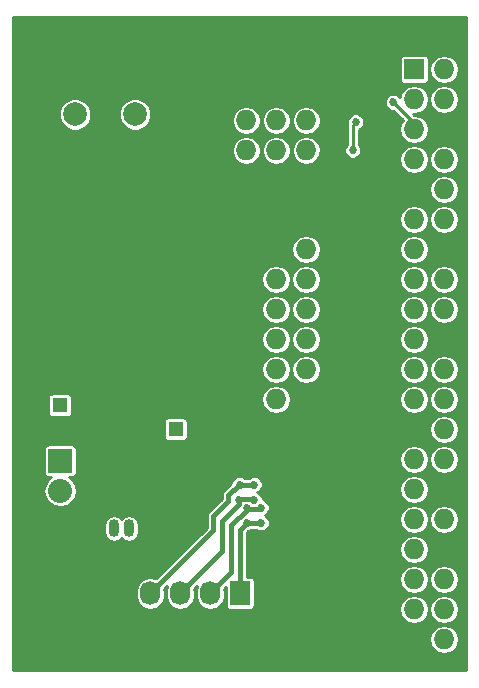
<source format=gbr>
G04 #@! TF.FileFunction,Copper,L2,Bot,Signal*
%FSLAX46Y46*%
G04 Gerber Fmt 4.6, Leading zero omitted, Abs format (unit mm)*
G04 Created by KiCad (PCBNEW 4.0.2-4+6225~38~ubuntu14.04.1-stable) date Wed 02 Mar 2016 03:50:32 PM CST*
%MOMM*%
G01*
G04 APERTURE LIST*
%ADD10C,0.100000*%
%ADD11R,1.727200X1.727200*%
%ADD12O,1.727200X1.727200*%
%ADD13R,1.727200X2.032000*%
%ADD14O,1.727200X2.032000*%
%ADD15C,2.000000*%
%ADD16R,2.032000X2.032000*%
%ADD17O,2.032000X2.032000*%
%ADD18O,0.899160X1.501140*%
%ADD19C,1.300000*%
%ADD20R,1.300000X1.300000*%
%ADD21C,2.600000*%
%ADD22C,2.800000*%
%ADD23C,0.914400*%
%ADD24C,0.685800*%
%ADD25C,0.381000*%
%ADD26C,0.254000*%
%ADD27C,0.228600*%
G04 APERTURE END LIST*
D10*
D11*
X179578000Y-94996000D03*
D12*
X182118000Y-94996000D03*
X179578000Y-97536000D03*
X182118000Y-97536000D03*
X179578000Y-100076000D03*
X182118000Y-100076000D03*
X179578000Y-102616000D03*
X182118000Y-102616000D03*
X179578000Y-105156000D03*
X182118000Y-105156000D03*
X179578000Y-107696000D03*
X182118000Y-107696000D03*
X179578000Y-110236000D03*
X182118000Y-110236000D03*
X179578000Y-112776000D03*
X182118000Y-112776000D03*
X179578000Y-115316000D03*
X182118000Y-115316000D03*
X179578000Y-117856000D03*
X182118000Y-117856000D03*
X179578000Y-120396000D03*
X182118000Y-120396000D03*
X179578000Y-122936000D03*
X182118000Y-122936000D03*
X179578000Y-125476000D03*
X182118000Y-125476000D03*
X179578000Y-128016000D03*
X182118000Y-128016000D03*
X179578000Y-130556000D03*
X182118000Y-130556000D03*
X179578000Y-133096000D03*
X182118000Y-133096000D03*
X179578000Y-135636000D03*
X182118000Y-135636000D03*
X179578000Y-138176000D03*
X182118000Y-138176000D03*
X179578000Y-140716000D03*
X182118000Y-140716000D03*
X179578000Y-143256000D03*
X182118000Y-143256000D03*
D13*
X164846000Y-139369800D03*
D14*
X162306000Y-139369800D03*
X159766000Y-139369800D03*
X157226000Y-139369800D03*
D15*
X155956000Y-98806000D03*
X153416000Y-98806000D03*
X150876000Y-98806000D03*
D16*
X149606000Y-128143000D03*
D17*
X149606000Y-130683000D03*
D18*
X155448000Y-133858000D03*
X156718000Y-133858000D03*
X154178000Y-133858000D03*
D11*
X162814000Y-101854000D03*
D12*
X162814000Y-99314000D03*
X165354000Y-101854000D03*
X165354000Y-99314000D03*
X167894000Y-101854000D03*
X167894000Y-99314000D03*
X170434000Y-101854000D03*
X170434000Y-99314000D03*
D19*
X149606000Y-120944000D03*
D20*
X149606000Y-123444000D03*
D19*
X156885000Y-125476000D03*
D20*
X159385000Y-125476000D03*
D21*
X150876000Y-110094000D03*
D22*
X155576000Y-110094000D03*
D11*
X167894000Y-110236000D03*
D12*
X170434000Y-110236000D03*
X167894000Y-112776000D03*
X170434000Y-112776000D03*
X167894000Y-115316000D03*
X170434000Y-115316000D03*
X167894000Y-117856000D03*
X170434000Y-117856000D03*
X167894000Y-120396000D03*
X170434000Y-120396000D03*
X167894000Y-122936000D03*
X170434000Y-122936000D03*
D23*
X164084000Y-95631000D03*
X166751000Y-95631000D03*
X148590000Y-115824000D03*
X150876000Y-113792000D03*
X153162000Y-115824000D03*
X150876000Y-117856000D03*
X156972000Y-113792000D03*
X154686000Y-115824000D03*
X156972000Y-117856000D03*
D24*
X155194000Y-139700000D03*
X171450000Y-141478000D03*
D23*
X162306000Y-95631000D03*
X164084000Y-108331000D03*
X162306000Y-108331000D03*
D24*
X169164000Y-105156000D03*
X171196000Y-106934000D03*
X171704000Y-132588000D03*
X169672000Y-132588000D03*
X171704000Y-131064000D03*
X169672000Y-131064000D03*
X170688000Y-132588000D03*
X170688000Y-131064000D03*
X171704000Y-133858000D03*
X169672000Y-133858000D03*
X170688000Y-133858000D03*
X170688000Y-129794000D03*
X169672000Y-129794000D03*
X173482000Y-126746000D03*
X171704000Y-129794000D03*
X161671000Y-131318000D03*
X161671000Y-132207000D03*
X161671000Y-130302000D03*
X161671000Y-133223000D03*
X176784000Y-94488000D03*
X175514000Y-102870000D03*
X161925000Y-126619000D03*
X167894000Y-136779000D03*
X160274000Y-135255000D03*
X173990000Y-139954000D03*
X174371000Y-101854000D03*
X174625000Y-99441000D03*
X177800000Y-97790000D03*
X165404800Y-133400800D03*
X166624000Y-133400800D03*
X165404800Y-132105400D03*
X166624000Y-132105400D03*
X164744400Y-131495800D03*
X166039800Y-131470400D03*
X164795200Y-130149600D03*
X166039800Y-130149600D03*
D25*
X166751000Y-95631000D02*
X164084000Y-95631000D01*
D26*
X170688000Y-132588000D02*
X171704000Y-132588000D01*
X170688000Y-132588000D02*
X169672000Y-132588000D01*
X170688000Y-131064000D02*
X171704000Y-131064000D01*
X170688000Y-131064000D02*
X169672000Y-131064000D01*
X170688000Y-133858000D02*
X170688000Y-132588000D01*
X170688000Y-129794000D02*
X170688000Y-131064000D01*
X170688000Y-133858000D02*
X171704000Y-133858000D01*
X170688000Y-133858000D02*
X169672000Y-133858000D01*
X170688000Y-129794000D02*
X170688000Y-133858000D01*
X171704000Y-129794000D02*
X170688000Y-129794000D01*
X171704000Y-129794000D02*
X169672000Y-129794000D01*
X173482000Y-126746000D02*
X173482000Y-128016000D01*
X173482000Y-128016000D02*
X171704000Y-129794000D01*
X174371000Y-99695000D02*
X174371000Y-101854000D01*
X174625000Y-99441000D02*
X174371000Y-99695000D01*
X177800000Y-97790000D02*
X179578000Y-99568000D01*
X179578000Y-99568000D02*
X179578000Y-100076000D01*
X179578000Y-138176000D02*
X179324000Y-138176000D01*
D25*
X164846000Y-139369800D02*
X164846000Y-133959600D01*
X164846000Y-133959600D02*
X165404800Y-133400800D01*
X166624000Y-133400800D02*
X165404800Y-133400800D01*
X165404800Y-132105400D02*
X165404800Y-132283200D01*
X164084000Y-137591800D02*
X162306000Y-139369800D01*
X164084000Y-133604000D02*
X164084000Y-137591800D01*
X165404800Y-132283200D02*
X164084000Y-133604000D01*
X165404800Y-132105400D02*
X165506400Y-132105400D01*
X166522400Y-132207000D02*
X166624000Y-132105400D01*
X165608000Y-132207000D02*
X166522400Y-132207000D01*
X165506400Y-132105400D02*
X165608000Y-132207000D01*
X164744400Y-131495800D02*
X164744400Y-131800600D01*
X163322000Y-135813800D02*
X159766000Y-139369800D01*
X163322000Y-133223000D02*
X163322000Y-135813800D01*
X164744400Y-131800600D02*
X163322000Y-133223000D01*
X164744400Y-131495800D02*
X164820600Y-131495800D01*
X165938200Y-131368800D02*
X166039800Y-131470400D01*
X164947600Y-131368800D02*
X165938200Y-131368800D01*
X164820600Y-131495800D02*
X164947600Y-131368800D01*
X164795200Y-130149600D02*
X164744400Y-130149600D01*
X162560000Y-134035800D02*
X157226000Y-139369800D01*
X162560000Y-132842000D02*
X162560000Y-134035800D01*
X163830000Y-131572000D02*
X162560000Y-132842000D01*
X163830000Y-131064000D02*
X163830000Y-131572000D01*
X164744400Y-130149600D02*
X163830000Y-131064000D01*
X166039800Y-130149600D02*
X164795200Y-130149600D01*
D27*
G36*
X183972200Y-145872200D02*
X145592800Y-145872200D01*
X145592800Y-143256000D01*
X180861966Y-143256000D01*
X180955739Y-143727428D01*
X181222781Y-144127085D01*
X181622438Y-144394127D01*
X182093866Y-144487900D01*
X182142134Y-144487900D01*
X182613562Y-144394127D01*
X183013219Y-144127085D01*
X183280261Y-143727428D01*
X183374034Y-143256000D01*
X183280261Y-142784572D01*
X183013219Y-142384915D01*
X182613562Y-142117873D01*
X182142134Y-142024100D01*
X182093866Y-142024100D01*
X181622438Y-142117873D01*
X181222781Y-142384915D01*
X180955739Y-142784572D01*
X180861966Y-143256000D01*
X145592800Y-143256000D01*
X145592800Y-139190280D01*
X155994100Y-139190280D01*
X155994100Y-139549320D01*
X156087873Y-140020748D01*
X156354915Y-140420405D01*
X156754572Y-140687447D01*
X157226000Y-140781220D01*
X157697428Y-140687447D01*
X158097085Y-140420405D01*
X158364127Y-140020748D01*
X158457900Y-139549320D01*
X158457900Y-139190280D01*
X158414412Y-138971650D01*
X158618105Y-138767957D01*
X158534100Y-139190280D01*
X158534100Y-139549320D01*
X158627873Y-140020748D01*
X158894915Y-140420405D01*
X159294572Y-140687447D01*
X159766000Y-140781220D01*
X160237428Y-140687447D01*
X160637085Y-140420405D01*
X160904127Y-140020748D01*
X160997900Y-139549320D01*
X160997900Y-139190280D01*
X160954412Y-138971650D01*
X161158105Y-138767957D01*
X161074100Y-139190280D01*
X161074100Y-139549320D01*
X161167873Y-140020748D01*
X161434915Y-140420405D01*
X161834572Y-140687447D01*
X162306000Y-140781220D01*
X162777428Y-140687447D01*
X163177085Y-140420405D01*
X163444127Y-140020748D01*
X163537900Y-139549320D01*
X163537900Y-139190280D01*
X163494412Y-138971650D01*
X163606885Y-138859177D01*
X163606885Y-140385800D01*
X163632566Y-140522284D01*
X163713228Y-140647636D01*
X163836304Y-140731730D01*
X163982400Y-140761315D01*
X165709600Y-140761315D01*
X165846084Y-140735634D01*
X165876596Y-140716000D01*
X178321966Y-140716000D01*
X178415739Y-141187428D01*
X178682781Y-141587085D01*
X179082438Y-141854127D01*
X179553866Y-141947900D01*
X179602134Y-141947900D01*
X180073562Y-141854127D01*
X180473219Y-141587085D01*
X180740261Y-141187428D01*
X180834034Y-140716000D01*
X180861966Y-140716000D01*
X180955739Y-141187428D01*
X181222781Y-141587085D01*
X181622438Y-141854127D01*
X182093866Y-141947900D01*
X182142134Y-141947900D01*
X182613562Y-141854127D01*
X183013219Y-141587085D01*
X183280261Y-141187428D01*
X183374034Y-140716000D01*
X183280261Y-140244572D01*
X183013219Y-139844915D01*
X182613562Y-139577873D01*
X182142134Y-139484100D01*
X182093866Y-139484100D01*
X181622438Y-139577873D01*
X181222781Y-139844915D01*
X180955739Y-140244572D01*
X180861966Y-140716000D01*
X180834034Y-140716000D01*
X180740261Y-140244572D01*
X180473219Y-139844915D01*
X180073562Y-139577873D01*
X179602134Y-139484100D01*
X179553866Y-139484100D01*
X179082438Y-139577873D01*
X178682781Y-139844915D01*
X178415739Y-140244572D01*
X178321966Y-140716000D01*
X165876596Y-140716000D01*
X165971436Y-140654972D01*
X166055530Y-140531896D01*
X166085115Y-140385800D01*
X166085115Y-138353800D01*
X166059434Y-138217316D01*
X166032848Y-138176000D01*
X178321966Y-138176000D01*
X178415739Y-138647428D01*
X178682781Y-139047085D01*
X179082438Y-139314127D01*
X179553866Y-139407900D01*
X179602134Y-139407900D01*
X180073562Y-139314127D01*
X180473219Y-139047085D01*
X180740261Y-138647428D01*
X180834034Y-138176000D01*
X180861966Y-138176000D01*
X180955739Y-138647428D01*
X181222781Y-139047085D01*
X181622438Y-139314127D01*
X182093866Y-139407900D01*
X182142134Y-139407900D01*
X182613562Y-139314127D01*
X183013219Y-139047085D01*
X183280261Y-138647428D01*
X183374034Y-138176000D01*
X183280261Y-137704572D01*
X183013219Y-137304915D01*
X182613562Y-137037873D01*
X182142134Y-136944100D01*
X182093866Y-136944100D01*
X181622438Y-137037873D01*
X181222781Y-137304915D01*
X180955739Y-137704572D01*
X180861966Y-138176000D01*
X180834034Y-138176000D01*
X180740261Y-137704572D01*
X180473219Y-137304915D01*
X180073562Y-137037873D01*
X179602134Y-136944100D01*
X179553866Y-136944100D01*
X179082438Y-137037873D01*
X178682781Y-137304915D01*
X178415739Y-137704572D01*
X178321966Y-138176000D01*
X166032848Y-138176000D01*
X165978772Y-138091964D01*
X165855696Y-138007870D01*
X165709600Y-137978285D01*
X165404800Y-137978285D01*
X165404800Y-135636000D01*
X178321966Y-135636000D01*
X178415739Y-136107428D01*
X178682781Y-136507085D01*
X179082438Y-136774127D01*
X179553866Y-136867900D01*
X179602134Y-136867900D01*
X180073562Y-136774127D01*
X180473219Y-136507085D01*
X180740261Y-136107428D01*
X180834034Y-135636000D01*
X180740261Y-135164572D01*
X180473219Y-134764915D01*
X180073562Y-134497873D01*
X179602134Y-134404100D01*
X179553866Y-134404100D01*
X179082438Y-134497873D01*
X178682781Y-134764915D01*
X178415739Y-135164572D01*
X178321966Y-135636000D01*
X165404800Y-135636000D01*
X165404800Y-134191062D01*
X165483793Y-134112069D01*
X165545646Y-134112123D01*
X165807136Y-134004077D01*
X165851691Y-133959600D01*
X166176914Y-133959600D01*
X166220612Y-134003374D01*
X166481913Y-134111876D01*
X166764846Y-134112123D01*
X167026336Y-134004077D01*
X167226574Y-133804188D01*
X167335076Y-133542887D01*
X167335323Y-133259954D01*
X167267579Y-133096000D01*
X178321966Y-133096000D01*
X178415739Y-133567428D01*
X178682781Y-133967085D01*
X179082438Y-134234127D01*
X179553866Y-134327900D01*
X179602134Y-134327900D01*
X180073562Y-134234127D01*
X180473219Y-133967085D01*
X180740261Y-133567428D01*
X180834034Y-133096000D01*
X180861966Y-133096000D01*
X180955739Y-133567428D01*
X181222781Y-133967085D01*
X181622438Y-134234127D01*
X182093866Y-134327900D01*
X182142134Y-134327900D01*
X182613562Y-134234127D01*
X183013219Y-133967085D01*
X183280261Y-133567428D01*
X183374034Y-133096000D01*
X183280261Y-132624572D01*
X183013219Y-132224915D01*
X182613562Y-131957873D01*
X182142134Y-131864100D01*
X182093866Y-131864100D01*
X181622438Y-131957873D01*
X181222781Y-132224915D01*
X180955739Y-132624572D01*
X180861966Y-133096000D01*
X180834034Y-133096000D01*
X180740261Y-132624572D01*
X180473219Y-132224915D01*
X180073562Y-131957873D01*
X179602134Y-131864100D01*
X179553866Y-131864100D01*
X179082438Y-131957873D01*
X178682781Y-132224915D01*
X178415739Y-132624572D01*
X178321966Y-133096000D01*
X167267579Y-133096000D01*
X167227277Y-132998464D01*
X167027388Y-132798226D01*
X166918769Y-132753123D01*
X167026336Y-132708677D01*
X167226574Y-132508788D01*
X167335076Y-132247487D01*
X167335323Y-131964554D01*
X167227277Y-131703064D01*
X167027388Y-131502826D01*
X166766087Y-131394324D01*
X166751066Y-131394311D01*
X166751123Y-131329554D01*
X166643077Y-131068064D01*
X166443188Y-130867826D01*
X166303908Y-130809992D01*
X166442136Y-130752877D01*
X166639356Y-130556000D01*
X178321966Y-130556000D01*
X178415739Y-131027428D01*
X178682781Y-131427085D01*
X179082438Y-131694127D01*
X179553866Y-131787900D01*
X179602134Y-131787900D01*
X180073562Y-131694127D01*
X180473219Y-131427085D01*
X180740261Y-131027428D01*
X180834034Y-130556000D01*
X180740261Y-130084572D01*
X180473219Y-129684915D01*
X180073562Y-129417873D01*
X179602134Y-129324100D01*
X179553866Y-129324100D01*
X179082438Y-129417873D01*
X178682781Y-129684915D01*
X178415739Y-130084572D01*
X178321966Y-130556000D01*
X166639356Y-130556000D01*
X166642374Y-130552988D01*
X166750876Y-130291687D01*
X166751123Y-130008754D01*
X166643077Y-129747264D01*
X166443188Y-129547026D01*
X166181887Y-129438524D01*
X165898954Y-129438277D01*
X165637464Y-129546323D01*
X165592909Y-129590800D01*
X165242286Y-129590800D01*
X165198588Y-129547026D01*
X164937287Y-129438524D01*
X164654354Y-129438277D01*
X164392864Y-129546323D01*
X164192626Y-129746212D01*
X164084124Y-130007513D01*
X164084113Y-130019625D01*
X163434869Y-130668869D01*
X163313736Y-130850156D01*
X163271200Y-131064000D01*
X163271200Y-131340538D01*
X162164869Y-132446869D01*
X162043736Y-132628156D01*
X162001200Y-132842000D01*
X162001200Y-133804338D01*
X157730972Y-138074566D01*
X157697428Y-138052153D01*
X157226000Y-137958380D01*
X156754572Y-138052153D01*
X156354915Y-138319195D01*
X156087873Y-138718852D01*
X155994100Y-139190280D01*
X145592800Y-139190280D01*
X145592800Y-133535090D01*
X153360120Y-133535090D01*
X153360120Y-134180910D01*
X153422377Y-134493899D01*
X153599672Y-134759238D01*
X153865011Y-134936533D01*
X154178000Y-134998790D01*
X154490989Y-134936533D01*
X154756328Y-134759238D01*
X154813000Y-134674423D01*
X154869672Y-134759238D01*
X155135011Y-134936533D01*
X155448000Y-134998790D01*
X155760989Y-134936533D01*
X156026328Y-134759238D01*
X156203623Y-134493899D01*
X156265880Y-134180910D01*
X156265880Y-133535090D01*
X156203623Y-133222101D01*
X156026328Y-132956762D01*
X155760989Y-132779467D01*
X155448000Y-132717210D01*
X155135011Y-132779467D01*
X154869672Y-132956762D01*
X154813000Y-133041577D01*
X154756328Y-132956762D01*
X154490989Y-132779467D01*
X154178000Y-132717210D01*
X153865011Y-132779467D01*
X153599672Y-132956762D01*
X153422377Y-133222101D01*
X153360120Y-133535090D01*
X145592800Y-133535090D01*
X145592800Y-130683000D01*
X148194580Y-130683000D01*
X148299954Y-131212749D01*
X148600032Y-131661848D01*
X149049131Y-131961926D01*
X149578880Y-132067300D01*
X149633120Y-132067300D01*
X150162869Y-131961926D01*
X150611968Y-131661848D01*
X150912046Y-131212749D01*
X151017420Y-130683000D01*
X150912046Y-130153251D01*
X150611968Y-129704152D01*
X150358088Y-129534515D01*
X150622000Y-129534515D01*
X150758484Y-129508834D01*
X150883836Y-129428172D01*
X150967930Y-129305096D01*
X150997515Y-129159000D01*
X150997515Y-128016000D01*
X178321966Y-128016000D01*
X178415739Y-128487428D01*
X178682781Y-128887085D01*
X179082438Y-129154127D01*
X179553866Y-129247900D01*
X179602134Y-129247900D01*
X180073562Y-129154127D01*
X180473219Y-128887085D01*
X180740261Y-128487428D01*
X180834034Y-128016000D01*
X180861966Y-128016000D01*
X180955739Y-128487428D01*
X181222781Y-128887085D01*
X181622438Y-129154127D01*
X182093866Y-129247900D01*
X182142134Y-129247900D01*
X182613562Y-129154127D01*
X183013219Y-128887085D01*
X183280261Y-128487428D01*
X183374034Y-128016000D01*
X183280261Y-127544572D01*
X183013219Y-127144915D01*
X182613562Y-126877873D01*
X182142134Y-126784100D01*
X182093866Y-126784100D01*
X181622438Y-126877873D01*
X181222781Y-127144915D01*
X180955739Y-127544572D01*
X180861966Y-128016000D01*
X180834034Y-128016000D01*
X180740261Y-127544572D01*
X180473219Y-127144915D01*
X180073562Y-126877873D01*
X179602134Y-126784100D01*
X179553866Y-126784100D01*
X179082438Y-126877873D01*
X178682781Y-127144915D01*
X178415739Y-127544572D01*
X178321966Y-128016000D01*
X150997515Y-128016000D01*
X150997515Y-127127000D01*
X150971834Y-126990516D01*
X150891172Y-126865164D01*
X150768096Y-126781070D01*
X150622000Y-126751485D01*
X148590000Y-126751485D01*
X148453516Y-126777166D01*
X148328164Y-126857828D01*
X148244070Y-126980904D01*
X148214485Y-127127000D01*
X148214485Y-129159000D01*
X148240166Y-129295484D01*
X148320828Y-129420836D01*
X148443904Y-129504930D01*
X148590000Y-129534515D01*
X148853912Y-129534515D01*
X148600032Y-129704152D01*
X148299954Y-130153251D01*
X148194580Y-130683000D01*
X145592800Y-130683000D01*
X145592800Y-124826000D01*
X158359485Y-124826000D01*
X158359485Y-126126000D01*
X158385166Y-126262484D01*
X158465828Y-126387836D01*
X158588904Y-126471930D01*
X158735000Y-126501515D01*
X160035000Y-126501515D01*
X160171484Y-126475834D01*
X160296836Y-126395172D01*
X160380930Y-126272096D01*
X160410515Y-126126000D01*
X160410515Y-125476000D01*
X180861966Y-125476000D01*
X180955739Y-125947428D01*
X181222781Y-126347085D01*
X181622438Y-126614127D01*
X182093866Y-126707900D01*
X182142134Y-126707900D01*
X182613562Y-126614127D01*
X183013219Y-126347085D01*
X183280261Y-125947428D01*
X183374034Y-125476000D01*
X183280261Y-125004572D01*
X183013219Y-124604915D01*
X182613562Y-124337873D01*
X182142134Y-124244100D01*
X182093866Y-124244100D01*
X181622438Y-124337873D01*
X181222781Y-124604915D01*
X180955739Y-125004572D01*
X180861966Y-125476000D01*
X160410515Y-125476000D01*
X160410515Y-124826000D01*
X160384834Y-124689516D01*
X160304172Y-124564164D01*
X160181096Y-124480070D01*
X160035000Y-124450485D01*
X158735000Y-124450485D01*
X158598516Y-124476166D01*
X158473164Y-124556828D01*
X158389070Y-124679904D01*
X158359485Y-124826000D01*
X145592800Y-124826000D01*
X145592800Y-122794000D01*
X148580485Y-122794000D01*
X148580485Y-124094000D01*
X148606166Y-124230484D01*
X148686828Y-124355836D01*
X148809904Y-124439930D01*
X148956000Y-124469515D01*
X150256000Y-124469515D01*
X150392484Y-124443834D01*
X150517836Y-124363172D01*
X150601930Y-124240096D01*
X150631515Y-124094000D01*
X150631515Y-122936000D01*
X166637966Y-122936000D01*
X166731739Y-123407428D01*
X166998781Y-123807085D01*
X167398438Y-124074127D01*
X167869866Y-124167900D01*
X167918134Y-124167900D01*
X168389562Y-124074127D01*
X168789219Y-123807085D01*
X169056261Y-123407428D01*
X169150034Y-122936000D01*
X178321966Y-122936000D01*
X178415739Y-123407428D01*
X178682781Y-123807085D01*
X179082438Y-124074127D01*
X179553866Y-124167900D01*
X179602134Y-124167900D01*
X180073562Y-124074127D01*
X180473219Y-123807085D01*
X180740261Y-123407428D01*
X180834034Y-122936000D01*
X180861966Y-122936000D01*
X180955739Y-123407428D01*
X181222781Y-123807085D01*
X181622438Y-124074127D01*
X182093866Y-124167900D01*
X182142134Y-124167900D01*
X182613562Y-124074127D01*
X183013219Y-123807085D01*
X183280261Y-123407428D01*
X183374034Y-122936000D01*
X183280261Y-122464572D01*
X183013219Y-122064915D01*
X182613562Y-121797873D01*
X182142134Y-121704100D01*
X182093866Y-121704100D01*
X181622438Y-121797873D01*
X181222781Y-122064915D01*
X180955739Y-122464572D01*
X180861966Y-122936000D01*
X180834034Y-122936000D01*
X180740261Y-122464572D01*
X180473219Y-122064915D01*
X180073562Y-121797873D01*
X179602134Y-121704100D01*
X179553866Y-121704100D01*
X179082438Y-121797873D01*
X178682781Y-122064915D01*
X178415739Y-122464572D01*
X178321966Y-122936000D01*
X169150034Y-122936000D01*
X169056261Y-122464572D01*
X168789219Y-122064915D01*
X168389562Y-121797873D01*
X167918134Y-121704100D01*
X167869866Y-121704100D01*
X167398438Y-121797873D01*
X166998781Y-122064915D01*
X166731739Y-122464572D01*
X166637966Y-122936000D01*
X150631515Y-122936000D01*
X150631515Y-122794000D01*
X150605834Y-122657516D01*
X150525172Y-122532164D01*
X150402096Y-122448070D01*
X150256000Y-122418485D01*
X148956000Y-122418485D01*
X148819516Y-122444166D01*
X148694164Y-122524828D01*
X148610070Y-122647904D01*
X148580485Y-122794000D01*
X145592800Y-122794000D01*
X145592800Y-120396000D01*
X166637966Y-120396000D01*
X166731739Y-120867428D01*
X166998781Y-121267085D01*
X167398438Y-121534127D01*
X167869866Y-121627900D01*
X167918134Y-121627900D01*
X168389562Y-121534127D01*
X168789219Y-121267085D01*
X169056261Y-120867428D01*
X169150034Y-120396000D01*
X169177966Y-120396000D01*
X169271739Y-120867428D01*
X169538781Y-121267085D01*
X169938438Y-121534127D01*
X170409866Y-121627900D01*
X170458134Y-121627900D01*
X170929562Y-121534127D01*
X171329219Y-121267085D01*
X171596261Y-120867428D01*
X171690034Y-120396000D01*
X178321966Y-120396000D01*
X178415739Y-120867428D01*
X178682781Y-121267085D01*
X179082438Y-121534127D01*
X179553866Y-121627900D01*
X179602134Y-121627900D01*
X180073562Y-121534127D01*
X180473219Y-121267085D01*
X180740261Y-120867428D01*
X180834034Y-120396000D01*
X180861966Y-120396000D01*
X180955739Y-120867428D01*
X181222781Y-121267085D01*
X181622438Y-121534127D01*
X182093866Y-121627900D01*
X182142134Y-121627900D01*
X182613562Y-121534127D01*
X183013219Y-121267085D01*
X183280261Y-120867428D01*
X183374034Y-120396000D01*
X183280261Y-119924572D01*
X183013219Y-119524915D01*
X182613562Y-119257873D01*
X182142134Y-119164100D01*
X182093866Y-119164100D01*
X181622438Y-119257873D01*
X181222781Y-119524915D01*
X180955739Y-119924572D01*
X180861966Y-120396000D01*
X180834034Y-120396000D01*
X180740261Y-119924572D01*
X180473219Y-119524915D01*
X180073562Y-119257873D01*
X179602134Y-119164100D01*
X179553866Y-119164100D01*
X179082438Y-119257873D01*
X178682781Y-119524915D01*
X178415739Y-119924572D01*
X178321966Y-120396000D01*
X171690034Y-120396000D01*
X171596261Y-119924572D01*
X171329219Y-119524915D01*
X170929562Y-119257873D01*
X170458134Y-119164100D01*
X170409866Y-119164100D01*
X169938438Y-119257873D01*
X169538781Y-119524915D01*
X169271739Y-119924572D01*
X169177966Y-120396000D01*
X169150034Y-120396000D01*
X169056261Y-119924572D01*
X168789219Y-119524915D01*
X168389562Y-119257873D01*
X167918134Y-119164100D01*
X167869866Y-119164100D01*
X167398438Y-119257873D01*
X166998781Y-119524915D01*
X166731739Y-119924572D01*
X166637966Y-120396000D01*
X145592800Y-120396000D01*
X145592800Y-117856000D01*
X166637966Y-117856000D01*
X166731739Y-118327428D01*
X166998781Y-118727085D01*
X167398438Y-118994127D01*
X167869866Y-119087900D01*
X167918134Y-119087900D01*
X168389562Y-118994127D01*
X168789219Y-118727085D01*
X169056261Y-118327428D01*
X169150034Y-117856000D01*
X169177966Y-117856000D01*
X169271739Y-118327428D01*
X169538781Y-118727085D01*
X169938438Y-118994127D01*
X170409866Y-119087900D01*
X170458134Y-119087900D01*
X170929562Y-118994127D01*
X171329219Y-118727085D01*
X171596261Y-118327428D01*
X171690034Y-117856000D01*
X178321966Y-117856000D01*
X178415739Y-118327428D01*
X178682781Y-118727085D01*
X179082438Y-118994127D01*
X179553866Y-119087900D01*
X179602134Y-119087900D01*
X180073562Y-118994127D01*
X180473219Y-118727085D01*
X180740261Y-118327428D01*
X180834034Y-117856000D01*
X180740261Y-117384572D01*
X180473219Y-116984915D01*
X180073562Y-116717873D01*
X179602134Y-116624100D01*
X179553866Y-116624100D01*
X179082438Y-116717873D01*
X178682781Y-116984915D01*
X178415739Y-117384572D01*
X178321966Y-117856000D01*
X171690034Y-117856000D01*
X171596261Y-117384572D01*
X171329219Y-116984915D01*
X170929562Y-116717873D01*
X170458134Y-116624100D01*
X170409866Y-116624100D01*
X169938438Y-116717873D01*
X169538781Y-116984915D01*
X169271739Y-117384572D01*
X169177966Y-117856000D01*
X169150034Y-117856000D01*
X169056261Y-117384572D01*
X168789219Y-116984915D01*
X168389562Y-116717873D01*
X167918134Y-116624100D01*
X167869866Y-116624100D01*
X167398438Y-116717873D01*
X166998781Y-116984915D01*
X166731739Y-117384572D01*
X166637966Y-117856000D01*
X145592800Y-117856000D01*
X145592800Y-115316000D01*
X166637966Y-115316000D01*
X166731739Y-115787428D01*
X166998781Y-116187085D01*
X167398438Y-116454127D01*
X167869866Y-116547900D01*
X167918134Y-116547900D01*
X168389562Y-116454127D01*
X168789219Y-116187085D01*
X169056261Y-115787428D01*
X169150034Y-115316000D01*
X169177966Y-115316000D01*
X169271739Y-115787428D01*
X169538781Y-116187085D01*
X169938438Y-116454127D01*
X170409866Y-116547900D01*
X170458134Y-116547900D01*
X170929562Y-116454127D01*
X171329219Y-116187085D01*
X171596261Y-115787428D01*
X171690034Y-115316000D01*
X178321966Y-115316000D01*
X178415739Y-115787428D01*
X178682781Y-116187085D01*
X179082438Y-116454127D01*
X179553866Y-116547900D01*
X179602134Y-116547900D01*
X180073562Y-116454127D01*
X180473219Y-116187085D01*
X180740261Y-115787428D01*
X180834034Y-115316000D01*
X180861966Y-115316000D01*
X180955739Y-115787428D01*
X181222781Y-116187085D01*
X181622438Y-116454127D01*
X182093866Y-116547900D01*
X182142134Y-116547900D01*
X182613562Y-116454127D01*
X183013219Y-116187085D01*
X183280261Y-115787428D01*
X183374034Y-115316000D01*
X183280261Y-114844572D01*
X183013219Y-114444915D01*
X182613562Y-114177873D01*
X182142134Y-114084100D01*
X182093866Y-114084100D01*
X181622438Y-114177873D01*
X181222781Y-114444915D01*
X180955739Y-114844572D01*
X180861966Y-115316000D01*
X180834034Y-115316000D01*
X180740261Y-114844572D01*
X180473219Y-114444915D01*
X180073562Y-114177873D01*
X179602134Y-114084100D01*
X179553866Y-114084100D01*
X179082438Y-114177873D01*
X178682781Y-114444915D01*
X178415739Y-114844572D01*
X178321966Y-115316000D01*
X171690034Y-115316000D01*
X171596261Y-114844572D01*
X171329219Y-114444915D01*
X170929562Y-114177873D01*
X170458134Y-114084100D01*
X170409866Y-114084100D01*
X169938438Y-114177873D01*
X169538781Y-114444915D01*
X169271739Y-114844572D01*
X169177966Y-115316000D01*
X169150034Y-115316000D01*
X169056261Y-114844572D01*
X168789219Y-114444915D01*
X168389562Y-114177873D01*
X167918134Y-114084100D01*
X167869866Y-114084100D01*
X167398438Y-114177873D01*
X166998781Y-114444915D01*
X166731739Y-114844572D01*
X166637966Y-115316000D01*
X145592800Y-115316000D01*
X145592800Y-112776000D01*
X166637966Y-112776000D01*
X166731739Y-113247428D01*
X166998781Y-113647085D01*
X167398438Y-113914127D01*
X167869866Y-114007900D01*
X167918134Y-114007900D01*
X168389562Y-113914127D01*
X168789219Y-113647085D01*
X169056261Y-113247428D01*
X169150034Y-112776000D01*
X169177966Y-112776000D01*
X169271739Y-113247428D01*
X169538781Y-113647085D01*
X169938438Y-113914127D01*
X170409866Y-114007900D01*
X170458134Y-114007900D01*
X170929562Y-113914127D01*
X171329219Y-113647085D01*
X171596261Y-113247428D01*
X171690034Y-112776000D01*
X178321966Y-112776000D01*
X178415739Y-113247428D01*
X178682781Y-113647085D01*
X179082438Y-113914127D01*
X179553866Y-114007900D01*
X179602134Y-114007900D01*
X180073562Y-113914127D01*
X180473219Y-113647085D01*
X180740261Y-113247428D01*
X180834034Y-112776000D01*
X180861966Y-112776000D01*
X180955739Y-113247428D01*
X181222781Y-113647085D01*
X181622438Y-113914127D01*
X182093866Y-114007900D01*
X182142134Y-114007900D01*
X182613562Y-113914127D01*
X183013219Y-113647085D01*
X183280261Y-113247428D01*
X183374034Y-112776000D01*
X183280261Y-112304572D01*
X183013219Y-111904915D01*
X182613562Y-111637873D01*
X182142134Y-111544100D01*
X182093866Y-111544100D01*
X181622438Y-111637873D01*
X181222781Y-111904915D01*
X180955739Y-112304572D01*
X180861966Y-112776000D01*
X180834034Y-112776000D01*
X180740261Y-112304572D01*
X180473219Y-111904915D01*
X180073562Y-111637873D01*
X179602134Y-111544100D01*
X179553866Y-111544100D01*
X179082438Y-111637873D01*
X178682781Y-111904915D01*
X178415739Y-112304572D01*
X178321966Y-112776000D01*
X171690034Y-112776000D01*
X171596261Y-112304572D01*
X171329219Y-111904915D01*
X170929562Y-111637873D01*
X170458134Y-111544100D01*
X170409866Y-111544100D01*
X169938438Y-111637873D01*
X169538781Y-111904915D01*
X169271739Y-112304572D01*
X169177966Y-112776000D01*
X169150034Y-112776000D01*
X169056261Y-112304572D01*
X168789219Y-111904915D01*
X168389562Y-111637873D01*
X167918134Y-111544100D01*
X167869866Y-111544100D01*
X167398438Y-111637873D01*
X166998781Y-111904915D01*
X166731739Y-112304572D01*
X166637966Y-112776000D01*
X145592800Y-112776000D01*
X145592800Y-110236000D01*
X169177966Y-110236000D01*
X169271739Y-110707428D01*
X169538781Y-111107085D01*
X169938438Y-111374127D01*
X170409866Y-111467900D01*
X170458134Y-111467900D01*
X170929562Y-111374127D01*
X171329219Y-111107085D01*
X171596261Y-110707428D01*
X171690034Y-110236000D01*
X178321966Y-110236000D01*
X178415739Y-110707428D01*
X178682781Y-111107085D01*
X179082438Y-111374127D01*
X179553866Y-111467900D01*
X179602134Y-111467900D01*
X180073562Y-111374127D01*
X180473219Y-111107085D01*
X180740261Y-110707428D01*
X180834034Y-110236000D01*
X180740261Y-109764572D01*
X180473219Y-109364915D01*
X180073562Y-109097873D01*
X179602134Y-109004100D01*
X179553866Y-109004100D01*
X179082438Y-109097873D01*
X178682781Y-109364915D01*
X178415739Y-109764572D01*
X178321966Y-110236000D01*
X171690034Y-110236000D01*
X171596261Y-109764572D01*
X171329219Y-109364915D01*
X170929562Y-109097873D01*
X170458134Y-109004100D01*
X170409866Y-109004100D01*
X169938438Y-109097873D01*
X169538781Y-109364915D01*
X169271739Y-109764572D01*
X169177966Y-110236000D01*
X145592800Y-110236000D01*
X145592800Y-107696000D01*
X178321966Y-107696000D01*
X178415739Y-108167428D01*
X178682781Y-108567085D01*
X179082438Y-108834127D01*
X179553866Y-108927900D01*
X179602134Y-108927900D01*
X180073562Y-108834127D01*
X180473219Y-108567085D01*
X180740261Y-108167428D01*
X180834034Y-107696000D01*
X180861966Y-107696000D01*
X180955739Y-108167428D01*
X181222781Y-108567085D01*
X181622438Y-108834127D01*
X182093866Y-108927900D01*
X182142134Y-108927900D01*
X182613562Y-108834127D01*
X183013219Y-108567085D01*
X183280261Y-108167428D01*
X183374034Y-107696000D01*
X183280261Y-107224572D01*
X183013219Y-106824915D01*
X182613562Y-106557873D01*
X182142134Y-106464100D01*
X182093866Y-106464100D01*
X181622438Y-106557873D01*
X181222781Y-106824915D01*
X180955739Y-107224572D01*
X180861966Y-107696000D01*
X180834034Y-107696000D01*
X180740261Y-107224572D01*
X180473219Y-106824915D01*
X180073562Y-106557873D01*
X179602134Y-106464100D01*
X179553866Y-106464100D01*
X179082438Y-106557873D01*
X178682781Y-106824915D01*
X178415739Y-107224572D01*
X178321966Y-107696000D01*
X145592800Y-107696000D01*
X145592800Y-105156000D01*
X180861966Y-105156000D01*
X180955739Y-105627428D01*
X181222781Y-106027085D01*
X181622438Y-106294127D01*
X182093866Y-106387900D01*
X182142134Y-106387900D01*
X182613562Y-106294127D01*
X183013219Y-106027085D01*
X183280261Y-105627428D01*
X183374034Y-105156000D01*
X183280261Y-104684572D01*
X183013219Y-104284915D01*
X182613562Y-104017873D01*
X182142134Y-103924100D01*
X182093866Y-103924100D01*
X181622438Y-104017873D01*
X181222781Y-104284915D01*
X180955739Y-104684572D01*
X180861966Y-105156000D01*
X145592800Y-105156000D01*
X145592800Y-101829866D01*
X164122100Y-101829866D01*
X164122100Y-101878134D01*
X164215873Y-102349562D01*
X164482915Y-102749219D01*
X164882572Y-103016261D01*
X165354000Y-103110034D01*
X165825428Y-103016261D01*
X166225085Y-102749219D01*
X166492127Y-102349562D01*
X166585900Y-101878134D01*
X166585900Y-101829866D01*
X166662100Y-101829866D01*
X166662100Y-101878134D01*
X166755873Y-102349562D01*
X167022915Y-102749219D01*
X167422572Y-103016261D01*
X167894000Y-103110034D01*
X168365428Y-103016261D01*
X168765085Y-102749219D01*
X169032127Y-102349562D01*
X169125900Y-101878134D01*
X169125900Y-101829866D01*
X169202100Y-101829866D01*
X169202100Y-101878134D01*
X169295873Y-102349562D01*
X169562915Y-102749219D01*
X169962572Y-103016261D01*
X170434000Y-103110034D01*
X170905428Y-103016261D01*
X171305085Y-102749219D01*
X171394099Y-102616000D01*
X178321966Y-102616000D01*
X178415739Y-103087428D01*
X178682781Y-103487085D01*
X179082438Y-103754127D01*
X179553866Y-103847900D01*
X179602134Y-103847900D01*
X180073562Y-103754127D01*
X180473219Y-103487085D01*
X180740261Y-103087428D01*
X180834034Y-102616000D01*
X180861966Y-102616000D01*
X180955739Y-103087428D01*
X181222781Y-103487085D01*
X181622438Y-103754127D01*
X182093866Y-103847900D01*
X182142134Y-103847900D01*
X182613562Y-103754127D01*
X183013219Y-103487085D01*
X183280261Y-103087428D01*
X183374034Y-102616000D01*
X183280261Y-102144572D01*
X183013219Y-101744915D01*
X182613562Y-101477873D01*
X182142134Y-101384100D01*
X182093866Y-101384100D01*
X181622438Y-101477873D01*
X181222781Y-101744915D01*
X180955739Y-102144572D01*
X180861966Y-102616000D01*
X180834034Y-102616000D01*
X180740261Y-102144572D01*
X180473219Y-101744915D01*
X180073562Y-101477873D01*
X179602134Y-101384100D01*
X179553866Y-101384100D01*
X179082438Y-101477873D01*
X178682781Y-101744915D01*
X178415739Y-102144572D01*
X178321966Y-102616000D01*
X171394099Y-102616000D01*
X171572127Y-102349562D01*
X171642684Y-101994846D01*
X173659677Y-101994846D01*
X173767723Y-102256336D01*
X173967612Y-102456574D01*
X174228913Y-102565076D01*
X174511846Y-102565323D01*
X174773336Y-102457277D01*
X174973574Y-102257388D01*
X175082076Y-101996087D01*
X175082323Y-101713154D01*
X174974277Y-101451664D01*
X174866300Y-101343498D01*
X174866300Y-100110816D01*
X175027336Y-100044277D01*
X175227574Y-99844388D01*
X175336076Y-99583087D01*
X175336323Y-99300154D01*
X175228277Y-99038664D01*
X175028388Y-98838426D01*
X174767087Y-98729924D01*
X174484154Y-98729677D01*
X174222664Y-98837723D01*
X174022426Y-99037612D01*
X173913924Y-99298913D01*
X173913744Y-99504944D01*
X173913402Y-99505456D01*
X173893687Y-99604572D01*
X173875700Y-99695000D01*
X173875700Y-101343525D01*
X173768426Y-101450612D01*
X173659924Y-101711913D01*
X173659677Y-101994846D01*
X171642684Y-101994846D01*
X171665900Y-101878134D01*
X171665900Y-101829866D01*
X171572127Y-101358438D01*
X171305085Y-100958781D01*
X170905428Y-100691739D01*
X170434000Y-100597966D01*
X169962572Y-100691739D01*
X169562915Y-100958781D01*
X169295873Y-101358438D01*
X169202100Y-101829866D01*
X169125900Y-101829866D01*
X169032127Y-101358438D01*
X168765085Y-100958781D01*
X168365428Y-100691739D01*
X167894000Y-100597966D01*
X167422572Y-100691739D01*
X167022915Y-100958781D01*
X166755873Y-101358438D01*
X166662100Y-101829866D01*
X166585900Y-101829866D01*
X166492127Y-101358438D01*
X166225085Y-100958781D01*
X165825428Y-100691739D01*
X165354000Y-100597966D01*
X164882572Y-100691739D01*
X164482915Y-100958781D01*
X164215873Y-101358438D01*
X164122100Y-101829866D01*
X145592800Y-101829866D01*
X145592800Y-99076978D01*
X149507463Y-99076978D01*
X149715335Y-99580067D01*
X150099908Y-99965312D01*
X150602634Y-100174062D01*
X151146978Y-100174537D01*
X151650067Y-99966665D01*
X152035312Y-99582092D01*
X152244062Y-99079366D01*
X152244064Y-99076978D01*
X154587463Y-99076978D01*
X154795335Y-99580067D01*
X155179908Y-99965312D01*
X155682634Y-100174062D01*
X156226978Y-100174537D01*
X156730067Y-99966665D01*
X157115312Y-99582092D01*
X157236654Y-99289866D01*
X164122100Y-99289866D01*
X164122100Y-99338134D01*
X164215873Y-99809562D01*
X164482915Y-100209219D01*
X164882572Y-100476261D01*
X165354000Y-100570034D01*
X165825428Y-100476261D01*
X166225085Y-100209219D01*
X166492127Y-99809562D01*
X166585900Y-99338134D01*
X166585900Y-99289866D01*
X166662100Y-99289866D01*
X166662100Y-99338134D01*
X166755873Y-99809562D01*
X167022915Y-100209219D01*
X167422572Y-100476261D01*
X167894000Y-100570034D01*
X168365428Y-100476261D01*
X168765085Y-100209219D01*
X169032127Y-99809562D01*
X169125900Y-99338134D01*
X169125900Y-99289866D01*
X169202100Y-99289866D01*
X169202100Y-99338134D01*
X169295873Y-99809562D01*
X169562915Y-100209219D01*
X169962572Y-100476261D01*
X170434000Y-100570034D01*
X170905428Y-100476261D01*
X171305085Y-100209219D01*
X171572127Y-99809562D01*
X171665900Y-99338134D01*
X171665900Y-99289866D01*
X171572127Y-98818438D01*
X171305085Y-98418781D01*
X170905428Y-98151739D01*
X170434000Y-98057966D01*
X169962572Y-98151739D01*
X169562915Y-98418781D01*
X169295873Y-98818438D01*
X169202100Y-99289866D01*
X169125900Y-99289866D01*
X169032127Y-98818438D01*
X168765085Y-98418781D01*
X168365428Y-98151739D01*
X167894000Y-98057966D01*
X167422572Y-98151739D01*
X167022915Y-98418781D01*
X166755873Y-98818438D01*
X166662100Y-99289866D01*
X166585900Y-99289866D01*
X166492127Y-98818438D01*
X166225085Y-98418781D01*
X165825428Y-98151739D01*
X165354000Y-98057966D01*
X164882572Y-98151739D01*
X164482915Y-98418781D01*
X164215873Y-98818438D01*
X164122100Y-99289866D01*
X157236654Y-99289866D01*
X157324062Y-99079366D01*
X157324537Y-98535022D01*
X157116665Y-98031933D01*
X157015755Y-97930846D01*
X177088677Y-97930846D01*
X177196723Y-98192336D01*
X177396612Y-98392574D01*
X177657913Y-98501076D01*
X177810749Y-98501209D01*
X178615359Y-99305819D01*
X178415739Y-99604572D01*
X178321966Y-100076000D01*
X178415739Y-100547428D01*
X178682781Y-100947085D01*
X179082438Y-101214127D01*
X179553866Y-101307900D01*
X179602134Y-101307900D01*
X180073562Y-101214127D01*
X180473219Y-100947085D01*
X180740261Y-100547428D01*
X180834034Y-100076000D01*
X180740261Y-99604572D01*
X180473219Y-99204915D01*
X180073562Y-98937873D01*
X179602134Y-98844100D01*
X179554560Y-98844100D01*
X179459612Y-98749152D01*
X179553866Y-98767900D01*
X179602134Y-98767900D01*
X180073562Y-98674127D01*
X180473219Y-98407085D01*
X180740261Y-98007428D01*
X180834034Y-97536000D01*
X180861966Y-97536000D01*
X180955739Y-98007428D01*
X181222781Y-98407085D01*
X181622438Y-98674127D01*
X182093866Y-98767900D01*
X182142134Y-98767900D01*
X182613562Y-98674127D01*
X183013219Y-98407085D01*
X183280261Y-98007428D01*
X183374034Y-97536000D01*
X183280261Y-97064572D01*
X183013219Y-96664915D01*
X182613562Y-96397873D01*
X182142134Y-96304100D01*
X182093866Y-96304100D01*
X181622438Y-96397873D01*
X181222781Y-96664915D01*
X180955739Y-97064572D01*
X180861966Y-97536000D01*
X180834034Y-97536000D01*
X180740261Y-97064572D01*
X180473219Y-96664915D01*
X180073562Y-96397873D01*
X179602134Y-96304100D01*
X179553866Y-96304100D01*
X179082438Y-96397873D01*
X178682781Y-96664915D01*
X178415739Y-97064572D01*
X178360079Y-97344391D01*
X178203388Y-97187426D01*
X177942087Y-97078924D01*
X177659154Y-97078677D01*
X177397664Y-97186723D01*
X177197426Y-97386612D01*
X177088924Y-97647913D01*
X177088677Y-97930846D01*
X157015755Y-97930846D01*
X156732092Y-97646688D01*
X156229366Y-97437938D01*
X155685022Y-97437463D01*
X155181933Y-97645335D01*
X154796688Y-98029908D01*
X154587938Y-98532634D01*
X154587463Y-99076978D01*
X152244064Y-99076978D01*
X152244537Y-98535022D01*
X152036665Y-98031933D01*
X151652092Y-97646688D01*
X151149366Y-97437938D01*
X150605022Y-97437463D01*
X150101933Y-97645335D01*
X149716688Y-98029908D01*
X149507938Y-98532634D01*
X149507463Y-99076978D01*
X145592800Y-99076978D01*
X145592800Y-94132400D01*
X178338885Y-94132400D01*
X178338885Y-95859600D01*
X178364566Y-95996084D01*
X178445228Y-96121436D01*
X178568304Y-96205530D01*
X178714400Y-96235115D01*
X180441600Y-96235115D01*
X180578084Y-96209434D01*
X180703436Y-96128772D01*
X180787530Y-96005696D01*
X180817115Y-95859600D01*
X180817115Y-94996000D01*
X180861966Y-94996000D01*
X180955739Y-95467428D01*
X181222781Y-95867085D01*
X181622438Y-96134127D01*
X182093866Y-96227900D01*
X182142134Y-96227900D01*
X182613562Y-96134127D01*
X183013219Y-95867085D01*
X183280261Y-95467428D01*
X183374034Y-94996000D01*
X183280261Y-94524572D01*
X183013219Y-94124915D01*
X182613562Y-93857873D01*
X182142134Y-93764100D01*
X182093866Y-93764100D01*
X181622438Y-93857873D01*
X181222781Y-94124915D01*
X180955739Y-94524572D01*
X180861966Y-94996000D01*
X180817115Y-94996000D01*
X180817115Y-94132400D01*
X180791434Y-93995916D01*
X180710772Y-93870564D01*
X180587696Y-93786470D01*
X180441600Y-93756885D01*
X178714400Y-93756885D01*
X178577916Y-93782566D01*
X178452564Y-93863228D01*
X178368470Y-93986304D01*
X178338885Y-94132400D01*
X145592800Y-94132400D01*
X145592800Y-90601800D01*
X183972200Y-90601800D01*
X183972200Y-145872200D01*
X183972200Y-145872200D01*
G37*
X183972200Y-145872200D02*
X145592800Y-145872200D01*
X145592800Y-143256000D01*
X180861966Y-143256000D01*
X180955739Y-143727428D01*
X181222781Y-144127085D01*
X181622438Y-144394127D01*
X182093866Y-144487900D01*
X182142134Y-144487900D01*
X182613562Y-144394127D01*
X183013219Y-144127085D01*
X183280261Y-143727428D01*
X183374034Y-143256000D01*
X183280261Y-142784572D01*
X183013219Y-142384915D01*
X182613562Y-142117873D01*
X182142134Y-142024100D01*
X182093866Y-142024100D01*
X181622438Y-142117873D01*
X181222781Y-142384915D01*
X180955739Y-142784572D01*
X180861966Y-143256000D01*
X145592800Y-143256000D01*
X145592800Y-139190280D01*
X155994100Y-139190280D01*
X155994100Y-139549320D01*
X156087873Y-140020748D01*
X156354915Y-140420405D01*
X156754572Y-140687447D01*
X157226000Y-140781220D01*
X157697428Y-140687447D01*
X158097085Y-140420405D01*
X158364127Y-140020748D01*
X158457900Y-139549320D01*
X158457900Y-139190280D01*
X158414412Y-138971650D01*
X158618105Y-138767957D01*
X158534100Y-139190280D01*
X158534100Y-139549320D01*
X158627873Y-140020748D01*
X158894915Y-140420405D01*
X159294572Y-140687447D01*
X159766000Y-140781220D01*
X160237428Y-140687447D01*
X160637085Y-140420405D01*
X160904127Y-140020748D01*
X160997900Y-139549320D01*
X160997900Y-139190280D01*
X160954412Y-138971650D01*
X161158105Y-138767957D01*
X161074100Y-139190280D01*
X161074100Y-139549320D01*
X161167873Y-140020748D01*
X161434915Y-140420405D01*
X161834572Y-140687447D01*
X162306000Y-140781220D01*
X162777428Y-140687447D01*
X163177085Y-140420405D01*
X163444127Y-140020748D01*
X163537900Y-139549320D01*
X163537900Y-139190280D01*
X163494412Y-138971650D01*
X163606885Y-138859177D01*
X163606885Y-140385800D01*
X163632566Y-140522284D01*
X163713228Y-140647636D01*
X163836304Y-140731730D01*
X163982400Y-140761315D01*
X165709600Y-140761315D01*
X165846084Y-140735634D01*
X165876596Y-140716000D01*
X178321966Y-140716000D01*
X178415739Y-141187428D01*
X178682781Y-141587085D01*
X179082438Y-141854127D01*
X179553866Y-141947900D01*
X179602134Y-141947900D01*
X180073562Y-141854127D01*
X180473219Y-141587085D01*
X180740261Y-141187428D01*
X180834034Y-140716000D01*
X180861966Y-140716000D01*
X180955739Y-141187428D01*
X181222781Y-141587085D01*
X181622438Y-141854127D01*
X182093866Y-141947900D01*
X182142134Y-141947900D01*
X182613562Y-141854127D01*
X183013219Y-141587085D01*
X183280261Y-141187428D01*
X183374034Y-140716000D01*
X183280261Y-140244572D01*
X183013219Y-139844915D01*
X182613562Y-139577873D01*
X182142134Y-139484100D01*
X182093866Y-139484100D01*
X181622438Y-139577873D01*
X181222781Y-139844915D01*
X180955739Y-140244572D01*
X180861966Y-140716000D01*
X180834034Y-140716000D01*
X180740261Y-140244572D01*
X180473219Y-139844915D01*
X180073562Y-139577873D01*
X179602134Y-139484100D01*
X179553866Y-139484100D01*
X179082438Y-139577873D01*
X178682781Y-139844915D01*
X178415739Y-140244572D01*
X178321966Y-140716000D01*
X165876596Y-140716000D01*
X165971436Y-140654972D01*
X166055530Y-140531896D01*
X166085115Y-140385800D01*
X166085115Y-138353800D01*
X166059434Y-138217316D01*
X166032848Y-138176000D01*
X178321966Y-138176000D01*
X178415739Y-138647428D01*
X178682781Y-139047085D01*
X179082438Y-139314127D01*
X179553866Y-139407900D01*
X179602134Y-139407900D01*
X180073562Y-139314127D01*
X180473219Y-139047085D01*
X180740261Y-138647428D01*
X180834034Y-138176000D01*
X180861966Y-138176000D01*
X180955739Y-138647428D01*
X181222781Y-139047085D01*
X181622438Y-139314127D01*
X182093866Y-139407900D01*
X182142134Y-139407900D01*
X182613562Y-139314127D01*
X183013219Y-139047085D01*
X183280261Y-138647428D01*
X183374034Y-138176000D01*
X183280261Y-137704572D01*
X183013219Y-137304915D01*
X182613562Y-137037873D01*
X182142134Y-136944100D01*
X182093866Y-136944100D01*
X181622438Y-137037873D01*
X181222781Y-137304915D01*
X180955739Y-137704572D01*
X180861966Y-138176000D01*
X180834034Y-138176000D01*
X180740261Y-137704572D01*
X180473219Y-137304915D01*
X180073562Y-137037873D01*
X179602134Y-136944100D01*
X179553866Y-136944100D01*
X179082438Y-137037873D01*
X178682781Y-137304915D01*
X178415739Y-137704572D01*
X178321966Y-138176000D01*
X166032848Y-138176000D01*
X165978772Y-138091964D01*
X165855696Y-138007870D01*
X165709600Y-137978285D01*
X165404800Y-137978285D01*
X165404800Y-135636000D01*
X178321966Y-135636000D01*
X178415739Y-136107428D01*
X178682781Y-136507085D01*
X179082438Y-136774127D01*
X179553866Y-136867900D01*
X179602134Y-136867900D01*
X180073562Y-136774127D01*
X180473219Y-136507085D01*
X180740261Y-136107428D01*
X180834034Y-135636000D01*
X180740261Y-135164572D01*
X180473219Y-134764915D01*
X180073562Y-134497873D01*
X179602134Y-134404100D01*
X179553866Y-134404100D01*
X179082438Y-134497873D01*
X178682781Y-134764915D01*
X178415739Y-135164572D01*
X178321966Y-135636000D01*
X165404800Y-135636000D01*
X165404800Y-134191062D01*
X165483793Y-134112069D01*
X165545646Y-134112123D01*
X165807136Y-134004077D01*
X165851691Y-133959600D01*
X166176914Y-133959600D01*
X166220612Y-134003374D01*
X166481913Y-134111876D01*
X166764846Y-134112123D01*
X167026336Y-134004077D01*
X167226574Y-133804188D01*
X167335076Y-133542887D01*
X167335323Y-133259954D01*
X167267579Y-133096000D01*
X178321966Y-133096000D01*
X178415739Y-133567428D01*
X178682781Y-133967085D01*
X179082438Y-134234127D01*
X179553866Y-134327900D01*
X179602134Y-134327900D01*
X180073562Y-134234127D01*
X180473219Y-133967085D01*
X180740261Y-133567428D01*
X180834034Y-133096000D01*
X180861966Y-133096000D01*
X180955739Y-133567428D01*
X181222781Y-133967085D01*
X181622438Y-134234127D01*
X182093866Y-134327900D01*
X182142134Y-134327900D01*
X182613562Y-134234127D01*
X183013219Y-133967085D01*
X183280261Y-133567428D01*
X183374034Y-133096000D01*
X183280261Y-132624572D01*
X183013219Y-132224915D01*
X182613562Y-131957873D01*
X182142134Y-131864100D01*
X182093866Y-131864100D01*
X181622438Y-131957873D01*
X181222781Y-132224915D01*
X180955739Y-132624572D01*
X180861966Y-133096000D01*
X180834034Y-133096000D01*
X180740261Y-132624572D01*
X180473219Y-132224915D01*
X180073562Y-131957873D01*
X179602134Y-131864100D01*
X179553866Y-131864100D01*
X179082438Y-131957873D01*
X178682781Y-132224915D01*
X178415739Y-132624572D01*
X178321966Y-133096000D01*
X167267579Y-133096000D01*
X167227277Y-132998464D01*
X167027388Y-132798226D01*
X166918769Y-132753123D01*
X167026336Y-132708677D01*
X167226574Y-132508788D01*
X167335076Y-132247487D01*
X167335323Y-131964554D01*
X167227277Y-131703064D01*
X167027388Y-131502826D01*
X166766087Y-131394324D01*
X166751066Y-131394311D01*
X166751123Y-131329554D01*
X166643077Y-131068064D01*
X166443188Y-130867826D01*
X166303908Y-130809992D01*
X166442136Y-130752877D01*
X166639356Y-130556000D01*
X178321966Y-130556000D01*
X178415739Y-131027428D01*
X178682781Y-131427085D01*
X179082438Y-131694127D01*
X179553866Y-131787900D01*
X179602134Y-131787900D01*
X180073562Y-131694127D01*
X180473219Y-131427085D01*
X180740261Y-131027428D01*
X180834034Y-130556000D01*
X180740261Y-130084572D01*
X180473219Y-129684915D01*
X180073562Y-129417873D01*
X179602134Y-129324100D01*
X179553866Y-129324100D01*
X179082438Y-129417873D01*
X178682781Y-129684915D01*
X178415739Y-130084572D01*
X178321966Y-130556000D01*
X166639356Y-130556000D01*
X166642374Y-130552988D01*
X166750876Y-130291687D01*
X166751123Y-130008754D01*
X166643077Y-129747264D01*
X166443188Y-129547026D01*
X166181887Y-129438524D01*
X165898954Y-129438277D01*
X165637464Y-129546323D01*
X165592909Y-129590800D01*
X165242286Y-129590800D01*
X165198588Y-129547026D01*
X164937287Y-129438524D01*
X164654354Y-129438277D01*
X164392864Y-129546323D01*
X164192626Y-129746212D01*
X164084124Y-130007513D01*
X164084113Y-130019625D01*
X163434869Y-130668869D01*
X163313736Y-130850156D01*
X163271200Y-131064000D01*
X163271200Y-131340538D01*
X162164869Y-132446869D01*
X162043736Y-132628156D01*
X162001200Y-132842000D01*
X162001200Y-133804338D01*
X157730972Y-138074566D01*
X157697428Y-138052153D01*
X157226000Y-137958380D01*
X156754572Y-138052153D01*
X156354915Y-138319195D01*
X156087873Y-138718852D01*
X155994100Y-139190280D01*
X145592800Y-139190280D01*
X145592800Y-133535090D01*
X153360120Y-133535090D01*
X153360120Y-134180910D01*
X153422377Y-134493899D01*
X153599672Y-134759238D01*
X153865011Y-134936533D01*
X154178000Y-134998790D01*
X154490989Y-134936533D01*
X154756328Y-134759238D01*
X154813000Y-134674423D01*
X154869672Y-134759238D01*
X155135011Y-134936533D01*
X155448000Y-134998790D01*
X155760989Y-134936533D01*
X156026328Y-134759238D01*
X156203623Y-134493899D01*
X156265880Y-134180910D01*
X156265880Y-133535090D01*
X156203623Y-133222101D01*
X156026328Y-132956762D01*
X155760989Y-132779467D01*
X155448000Y-132717210D01*
X155135011Y-132779467D01*
X154869672Y-132956762D01*
X154813000Y-133041577D01*
X154756328Y-132956762D01*
X154490989Y-132779467D01*
X154178000Y-132717210D01*
X153865011Y-132779467D01*
X153599672Y-132956762D01*
X153422377Y-133222101D01*
X153360120Y-133535090D01*
X145592800Y-133535090D01*
X145592800Y-130683000D01*
X148194580Y-130683000D01*
X148299954Y-131212749D01*
X148600032Y-131661848D01*
X149049131Y-131961926D01*
X149578880Y-132067300D01*
X149633120Y-132067300D01*
X150162869Y-131961926D01*
X150611968Y-131661848D01*
X150912046Y-131212749D01*
X151017420Y-130683000D01*
X150912046Y-130153251D01*
X150611968Y-129704152D01*
X150358088Y-129534515D01*
X150622000Y-129534515D01*
X150758484Y-129508834D01*
X150883836Y-129428172D01*
X150967930Y-129305096D01*
X150997515Y-129159000D01*
X150997515Y-128016000D01*
X178321966Y-128016000D01*
X178415739Y-128487428D01*
X178682781Y-128887085D01*
X179082438Y-129154127D01*
X179553866Y-129247900D01*
X179602134Y-129247900D01*
X180073562Y-129154127D01*
X180473219Y-128887085D01*
X180740261Y-128487428D01*
X180834034Y-128016000D01*
X180861966Y-128016000D01*
X180955739Y-128487428D01*
X181222781Y-128887085D01*
X181622438Y-129154127D01*
X182093866Y-129247900D01*
X182142134Y-129247900D01*
X182613562Y-129154127D01*
X183013219Y-128887085D01*
X183280261Y-128487428D01*
X183374034Y-128016000D01*
X183280261Y-127544572D01*
X183013219Y-127144915D01*
X182613562Y-126877873D01*
X182142134Y-126784100D01*
X182093866Y-126784100D01*
X181622438Y-126877873D01*
X181222781Y-127144915D01*
X180955739Y-127544572D01*
X180861966Y-128016000D01*
X180834034Y-128016000D01*
X180740261Y-127544572D01*
X180473219Y-127144915D01*
X180073562Y-126877873D01*
X179602134Y-126784100D01*
X179553866Y-126784100D01*
X179082438Y-126877873D01*
X178682781Y-127144915D01*
X178415739Y-127544572D01*
X178321966Y-128016000D01*
X150997515Y-128016000D01*
X150997515Y-127127000D01*
X150971834Y-126990516D01*
X150891172Y-126865164D01*
X150768096Y-126781070D01*
X150622000Y-126751485D01*
X148590000Y-126751485D01*
X148453516Y-126777166D01*
X148328164Y-126857828D01*
X148244070Y-126980904D01*
X148214485Y-127127000D01*
X148214485Y-129159000D01*
X148240166Y-129295484D01*
X148320828Y-129420836D01*
X148443904Y-129504930D01*
X148590000Y-129534515D01*
X148853912Y-129534515D01*
X148600032Y-129704152D01*
X148299954Y-130153251D01*
X148194580Y-130683000D01*
X145592800Y-130683000D01*
X145592800Y-124826000D01*
X158359485Y-124826000D01*
X158359485Y-126126000D01*
X158385166Y-126262484D01*
X158465828Y-126387836D01*
X158588904Y-126471930D01*
X158735000Y-126501515D01*
X160035000Y-126501515D01*
X160171484Y-126475834D01*
X160296836Y-126395172D01*
X160380930Y-126272096D01*
X160410515Y-126126000D01*
X160410515Y-125476000D01*
X180861966Y-125476000D01*
X180955739Y-125947428D01*
X181222781Y-126347085D01*
X181622438Y-126614127D01*
X182093866Y-126707900D01*
X182142134Y-126707900D01*
X182613562Y-126614127D01*
X183013219Y-126347085D01*
X183280261Y-125947428D01*
X183374034Y-125476000D01*
X183280261Y-125004572D01*
X183013219Y-124604915D01*
X182613562Y-124337873D01*
X182142134Y-124244100D01*
X182093866Y-124244100D01*
X181622438Y-124337873D01*
X181222781Y-124604915D01*
X180955739Y-125004572D01*
X180861966Y-125476000D01*
X160410515Y-125476000D01*
X160410515Y-124826000D01*
X160384834Y-124689516D01*
X160304172Y-124564164D01*
X160181096Y-124480070D01*
X160035000Y-124450485D01*
X158735000Y-124450485D01*
X158598516Y-124476166D01*
X158473164Y-124556828D01*
X158389070Y-124679904D01*
X158359485Y-124826000D01*
X145592800Y-124826000D01*
X145592800Y-122794000D01*
X148580485Y-122794000D01*
X148580485Y-124094000D01*
X148606166Y-124230484D01*
X148686828Y-124355836D01*
X148809904Y-124439930D01*
X148956000Y-124469515D01*
X150256000Y-124469515D01*
X150392484Y-124443834D01*
X150517836Y-124363172D01*
X150601930Y-124240096D01*
X150631515Y-124094000D01*
X150631515Y-122936000D01*
X166637966Y-122936000D01*
X166731739Y-123407428D01*
X166998781Y-123807085D01*
X167398438Y-124074127D01*
X167869866Y-124167900D01*
X167918134Y-124167900D01*
X168389562Y-124074127D01*
X168789219Y-123807085D01*
X169056261Y-123407428D01*
X169150034Y-122936000D01*
X178321966Y-122936000D01*
X178415739Y-123407428D01*
X178682781Y-123807085D01*
X179082438Y-124074127D01*
X179553866Y-124167900D01*
X179602134Y-124167900D01*
X180073562Y-124074127D01*
X180473219Y-123807085D01*
X180740261Y-123407428D01*
X180834034Y-122936000D01*
X180861966Y-122936000D01*
X180955739Y-123407428D01*
X181222781Y-123807085D01*
X181622438Y-124074127D01*
X182093866Y-124167900D01*
X182142134Y-124167900D01*
X182613562Y-124074127D01*
X183013219Y-123807085D01*
X183280261Y-123407428D01*
X183374034Y-122936000D01*
X183280261Y-122464572D01*
X183013219Y-122064915D01*
X182613562Y-121797873D01*
X182142134Y-121704100D01*
X182093866Y-121704100D01*
X181622438Y-121797873D01*
X181222781Y-122064915D01*
X180955739Y-122464572D01*
X180861966Y-122936000D01*
X180834034Y-122936000D01*
X180740261Y-122464572D01*
X180473219Y-122064915D01*
X180073562Y-121797873D01*
X179602134Y-121704100D01*
X179553866Y-121704100D01*
X179082438Y-121797873D01*
X178682781Y-122064915D01*
X178415739Y-122464572D01*
X178321966Y-122936000D01*
X169150034Y-122936000D01*
X169056261Y-122464572D01*
X168789219Y-122064915D01*
X168389562Y-121797873D01*
X167918134Y-121704100D01*
X167869866Y-121704100D01*
X167398438Y-121797873D01*
X166998781Y-122064915D01*
X166731739Y-122464572D01*
X166637966Y-122936000D01*
X150631515Y-122936000D01*
X150631515Y-122794000D01*
X150605834Y-122657516D01*
X150525172Y-122532164D01*
X150402096Y-122448070D01*
X150256000Y-122418485D01*
X148956000Y-122418485D01*
X148819516Y-122444166D01*
X148694164Y-122524828D01*
X148610070Y-122647904D01*
X148580485Y-122794000D01*
X145592800Y-122794000D01*
X145592800Y-120396000D01*
X166637966Y-120396000D01*
X166731739Y-120867428D01*
X166998781Y-121267085D01*
X167398438Y-121534127D01*
X167869866Y-121627900D01*
X167918134Y-121627900D01*
X168389562Y-121534127D01*
X168789219Y-121267085D01*
X169056261Y-120867428D01*
X169150034Y-120396000D01*
X169177966Y-120396000D01*
X169271739Y-120867428D01*
X169538781Y-121267085D01*
X169938438Y-121534127D01*
X170409866Y-121627900D01*
X170458134Y-121627900D01*
X170929562Y-121534127D01*
X171329219Y-121267085D01*
X171596261Y-120867428D01*
X171690034Y-120396000D01*
X178321966Y-120396000D01*
X178415739Y-120867428D01*
X178682781Y-121267085D01*
X179082438Y-121534127D01*
X179553866Y-121627900D01*
X179602134Y-121627900D01*
X180073562Y-121534127D01*
X180473219Y-121267085D01*
X180740261Y-120867428D01*
X180834034Y-120396000D01*
X180861966Y-120396000D01*
X180955739Y-120867428D01*
X181222781Y-121267085D01*
X181622438Y-121534127D01*
X182093866Y-121627900D01*
X182142134Y-121627900D01*
X182613562Y-121534127D01*
X183013219Y-121267085D01*
X183280261Y-120867428D01*
X183374034Y-120396000D01*
X183280261Y-119924572D01*
X183013219Y-119524915D01*
X182613562Y-119257873D01*
X182142134Y-119164100D01*
X182093866Y-119164100D01*
X181622438Y-119257873D01*
X181222781Y-119524915D01*
X180955739Y-119924572D01*
X180861966Y-120396000D01*
X180834034Y-120396000D01*
X180740261Y-119924572D01*
X180473219Y-119524915D01*
X180073562Y-119257873D01*
X179602134Y-119164100D01*
X179553866Y-119164100D01*
X179082438Y-119257873D01*
X178682781Y-119524915D01*
X178415739Y-119924572D01*
X178321966Y-120396000D01*
X171690034Y-120396000D01*
X171596261Y-119924572D01*
X171329219Y-119524915D01*
X170929562Y-119257873D01*
X170458134Y-119164100D01*
X170409866Y-119164100D01*
X169938438Y-119257873D01*
X169538781Y-119524915D01*
X169271739Y-119924572D01*
X169177966Y-120396000D01*
X169150034Y-120396000D01*
X169056261Y-119924572D01*
X168789219Y-119524915D01*
X168389562Y-119257873D01*
X167918134Y-119164100D01*
X167869866Y-119164100D01*
X167398438Y-119257873D01*
X166998781Y-119524915D01*
X166731739Y-119924572D01*
X166637966Y-120396000D01*
X145592800Y-120396000D01*
X145592800Y-117856000D01*
X166637966Y-117856000D01*
X166731739Y-118327428D01*
X166998781Y-118727085D01*
X167398438Y-118994127D01*
X167869866Y-119087900D01*
X167918134Y-119087900D01*
X168389562Y-118994127D01*
X168789219Y-118727085D01*
X169056261Y-118327428D01*
X169150034Y-117856000D01*
X169177966Y-117856000D01*
X169271739Y-118327428D01*
X169538781Y-118727085D01*
X169938438Y-118994127D01*
X170409866Y-119087900D01*
X170458134Y-119087900D01*
X170929562Y-118994127D01*
X171329219Y-118727085D01*
X171596261Y-118327428D01*
X171690034Y-117856000D01*
X178321966Y-117856000D01*
X178415739Y-118327428D01*
X178682781Y-118727085D01*
X179082438Y-118994127D01*
X179553866Y-119087900D01*
X179602134Y-119087900D01*
X180073562Y-118994127D01*
X180473219Y-118727085D01*
X180740261Y-118327428D01*
X180834034Y-117856000D01*
X180740261Y-117384572D01*
X180473219Y-116984915D01*
X180073562Y-116717873D01*
X179602134Y-116624100D01*
X179553866Y-116624100D01*
X179082438Y-116717873D01*
X178682781Y-116984915D01*
X178415739Y-117384572D01*
X178321966Y-117856000D01*
X171690034Y-117856000D01*
X171596261Y-117384572D01*
X171329219Y-116984915D01*
X170929562Y-116717873D01*
X170458134Y-116624100D01*
X170409866Y-116624100D01*
X169938438Y-116717873D01*
X169538781Y-116984915D01*
X169271739Y-117384572D01*
X169177966Y-117856000D01*
X169150034Y-117856000D01*
X169056261Y-117384572D01*
X168789219Y-116984915D01*
X168389562Y-116717873D01*
X167918134Y-116624100D01*
X167869866Y-116624100D01*
X167398438Y-116717873D01*
X166998781Y-116984915D01*
X166731739Y-117384572D01*
X166637966Y-117856000D01*
X145592800Y-117856000D01*
X145592800Y-115316000D01*
X166637966Y-115316000D01*
X166731739Y-115787428D01*
X166998781Y-116187085D01*
X167398438Y-116454127D01*
X167869866Y-116547900D01*
X167918134Y-116547900D01*
X168389562Y-116454127D01*
X168789219Y-116187085D01*
X169056261Y-115787428D01*
X169150034Y-115316000D01*
X169177966Y-115316000D01*
X169271739Y-115787428D01*
X169538781Y-116187085D01*
X169938438Y-116454127D01*
X170409866Y-116547900D01*
X170458134Y-116547900D01*
X170929562Y-116454127D01*
X171329219Y-116187085D01*
X171596261Y-115787428D01*
X171690034Y-115316000D01*
X178321966Y-115316000D01*
X178415739Y-115787428D01*
X178682781Y-116187085D01*
X179082438Y-116454127D01*
X179553866Y-116547900D01*
X179602134Y-116547900D01*
X180073562Y-116454127D01*
X180473219Y-116187085D01*
X180740261Y-115787428D01*
X180834034Y-115316000D01*
X180861966Y-115316000D01*
X180955739Y-115787428D01*
X181222781Y-116187085D01*
X181622438Y-116454127D01*
X182093866Y-116547900D01*
X182142134Y-116547900D01*
X182613562Y-116454127D01*
X183013219Y-116187085D01*
X183280261Y-115787428D01*
X183374034Y-115316000D01*
X183280261Y-114844572D01*
X183013219Y-114444915D01*
X182613562Y-114177873D01*
X182142134Y-114084100D01*
X182093866Y-114084100D01*
X181622438Y-114177873D01*
X181222781Y-114444915D01*
X180955739Y-114844572D01*
X180861966Y-115316000D01*
X180834034Y-115316000D01*
X180740261Y-114844572D01*
X180473219Y-114444915D01*
X180073562Y-114177873D01*
X179602134Y-114084100D01*
X179553866Y-114084100D01*
X179082438Y-114177873D01*
X178682781Y-114444915D01*
X178415739Y-114844572D01*
X178321966Y-115316000D01*
X171690034Y-115316000D01*
X171596261Y-114844572D01*
X171329219Y-114444915D01*
X170929562Y-114177873D01*
X170458134Y-114084100D01*
X170409866Y-114084100D01*
X169938438Y-114177873D01*
X169538781Y-114444915D01*
X169271739Y-114844572D01*
X169177966Y-115316000D01*
X169150034Y-115316000D01*
X169056261Y-114844572D01*
X168789219Y-114444915D01*
X168389562Y-114177873D01*
X167918134Y-114084100D01*
X167869866Y-114084100D01*
X167398438Y-114177873D01*
X166998781Y-114444915D01*
X166731739Y-114844572D01*
X166637966Y-115316000D01*
X145592800Y-115316000D01*
X145592800Y-112776000D01*
X166637966Y-112776000D01*
X166731739Y-113247428D01*
X166998781Y-113647085D01*
X167398438Y-113914127D01*
X167869866Y-114007900D01*
X167918134Y-114007900D01*
X168389562Y-113914127D01*
X168789219Y-113647085D01*
X169056261Y-113247428D01*
X169150034Y-112776000D01*
X169177966Y-112776000D01*
X169271739Y-113247428D01*
X169538781Y-113647085D01*
X169938438Y-113914127D01*
X170409866Y-114007900D01*
X170458134Y-114007900D01*
X170929562Y-113914127D01*
X171329219Y-113647085D01*
X171596261Y-113247428D01*
X171690034Y-112776000D01*
X178321966Y-112776000D01*
X178415739Y-113247428D01*
X178682781Y-113647085D01*
X179082438Y-113914127D01*
X179553866Y-114007900D01*
X179602134Y-114007900D01*
X180073562Y-113914127D01*
X180473219Y-113647085D01*
X180740261Y-113247428D01*
X180834034Y-112776000D01*
X180861966Y-112776000D01*
X180955739Y-113247428D01*
X181222781Y-113647085D01*
X181622438Y-113914127D01*
X182093866Y-114007900D01*
X182142134Y-114007900D01*
X182613562Y-113914127D01*
X183013219Y-113647085D01*
X183280261Y-113247428D01*
X183374034Y-112776000D01*
X183280261Y-112304572D01*
X183013219Y-111904915D01*
X182613562Y-111637873D01*
X182142134Y-111544100D01*
X182093866Y-111544100D01*
X181622438Y-111637873D01*
X181222781Y-111904915D01*
X180955739Y-112304572D01*
X180861966Y-112776000D01*
X180834034Y-112776000D01*
X180740261Y-112304572D01*
X180473219Y-111904915D01*
X180073562Y-111637873D01*
X179602134Y-111544100D01*
X179553866Y-111544100D01*
X179082438Y-111637873D01*
X178682781Y-111904915D01*
X178415739Y-112304572D01*
X178321966Y-112776000D01*
X171690034Y-112776000D01*
X171596261Y-112304572D01*
X171329219Y-111904915D01*
X170929562Y-111637873D01*
X170458134Y-111544100D01*
X170409866Y-111544100D01*
X169938438Y-111637873D01*
X169538781Y-111904915D01*
X169271739Y-112304572D01*
X169177966Y-112776000D01*
X169150034Y-112776000D01*
X169056261Y-112304572D01*
X168789219Y-111904915D01*
X168389562Y-111637873D01*
X167918134Y-111544100D01*
X167869866Y-111544100D01*
X167398438Y-111637873D01*
X166998781Y-111904915D01*
X166731739Y-112304572D01*
X166637966Y-112776000D01*
X145592800Y-112776000D01*
X145592800Y-110236000D01*
X169177966Y-110236000D01*
X169271739Y-110707428D01*
X169538781Y-111107085D01*
X169938438Y-111374127D01*
X170409866Y-111467900D01*
X170458134Y-111467900D01*
X170929562Y-111374127D01*
X171329219Y-111107085D01*
X171596261Y-110707428D01*
X171690034Y-110236000D01*
X178321966Y-110236000D01*
X178415739Y-110707428D01*
X178682781Y-111107085D01*
X179082438Y-111374127D01*
X179553866Y-111467900D01*
X179602134Y-111467900D01*
X180073562Y-111374127D01*
X180473219Y-111107085D01*
X180740261Y-110707428D01*
X180834034Y-110236000D01*
X180740261Y-109764572D01*
X180473219Y-109364915D01*
X180073562Y-109097873D01*
X179602134Y-109004100D01*
X179553866Y-109004100D01*
X179082438Y-109097873D01*
X178682781Y-109364915D01*
X178415739Y-109764572D01*
X178321966Y-110236000D01*
X171690034Y-110236000D01*
X171596261Y-109764572D01*
X171329219Y-109364915D01*
X170929562Y-109097873D01*
X170458134Y-109004100D01*
X170409866Y-109004100D01*
X169938438Y-109097873D01*
X169538781Y-109364915D01*
X169271739Y-109764572D01*
X169177966Y-110236000D01*
X145592800Y-110236000D01*
X145592800Y-107696000D01*
X178321966Y-107696000D01*
X178415739Y-108167428D01*
X178682781Y-108567085D01*
X179082438Y-108834127D01*
X179553866Y-108927900D01*
X179602134Y-108927900D01*
X180073562Y-108834127D01*
X180473219Y-108567085D01*
X180740261Y-108167428D01*
X180834034Y-107696000D01*
X180861966Y-107696000D01*
X180955739Y-108167428D01*
X181222781Y-108567085D01*
X181622438Y-108834127D01*
X182093866Y-108927900D01*
X182142134Y-108927900D01*
X182613562Y-108834127D01*
X183013219Y-108567085D01*
X183280261Y-108167428D01*
X183374034Y-107696000D01*
X183280261Y-107224572D01*
X183013219Y-106824915D01*
X182613562Y-106557873D01*
X182142134Y-106464100D01*
X182093866Y-106464100D01*
X181622438Y-106557873D01*
X181222781Y-106824915D01*
X180955739Y-107224572D01*
X180861966Y-107696000D01*
X180834034Y-107696000D01*
X180740261Y-107224572D01*
X180473219Y-106824915D01*
X180073562Y-106557873D01*
X179602134Y-106464100D01*
X179553866Y-106464100D01*
X179082438Y-106557873D01*
X178682781Y-106824915D01*
X178415739Y-107224572D01*
X178321966Y-107696000D01*
X145592800Y-107696000D01*
X145592800Y-105156000D01*
X180861966Y-105156000D01*
X180955739Y-105627428D01*
X181222781Y-106027085D01*
X181622438Y-106294127D01*
X182093866Y-106387900D01*
X182142134Y-106387900D01*
X182613562Y-106294127D01*
X183013219Y-106027085D01*
X183280261Y-105627428D01*
X183374034Y-105156000D01*
X183280261Y-104684572D01*
X183013219Y-104284915D01*
X182613562Y-104017873D01*
X182142134Y-103924100D01*
X182093866Y-103924100D01*
X181622438Y-104017873D01*
X181222781Y-104284915D01*
X180955739Y-104684572D01*
X180861966Y-105156000D01*
X145592800Y-105156000D01*
X145592800Y-101829866D01*
X164122100Y-101829866D01*
X164122100Y-101878134D01*
X164215873Y-102349562D01*
X164482915Y-102749219D01*
X164882572Y-103016261D01*
X165354000Y-103110034D01*
X165825428Y-103016261D01*
X166225085Y-102749219D01*
X166492127Y-102349562D01*
X166585900Y-101878134D01*
X166585900Y-101829866D01*
X166662100Y-101829866D01*
X166662100Y-101878134D01*
X166755873Y-102349562D01*
X167022915Y-102749219D01*
X167422572Y-103016261D01*
X167894000Y-103110034D01*
X168365428Y-103016261D01*
X168765085Y-102749219D01*
X169032127Y-102349562D01*
X169125900Y-101878134D01*
X169125900Y-101829866D01*
X169202100Y-101829866D01*
X169202100Y-101878134D01*
X169295873Y-102349562D01*
X169562915Y-102749219D01*
X169962572Y-103016261D01*
X170434000Y-103110034D01*
X170905428Y-103016261D01*
X171305085Y-102749219D01*
X171394099Y-102616000D01*
X178321966Y-102616000D01*
X178415739Y-103087428D01*
X178682781Y-103487085D01*
X179082438Y-103754127D01*
X179553866Y-103847900D01*
X179602134Y-103847900D01*
X180073562Y-103754127D01*
X180473219Y-103487085D01*
X180740261Y-103087428D01*
X180834034Y-102616000D01*
X180861966Y-102616000D01*
X180955739Y-103087428D01*
X181222781Y-103487085D01*
X181622438Y-103754127D01*
X182093866Y-103847900D01*
X182142134Y-103847900D01*
X182613562Y-103754127D01*
X183013219Y-103487085D01*
X183280261Y-103087428D01*
X183374034Y-102616000D01*
X183280261Y-102144572D01*
X183013219Y-101744915D01*
X182613562Y-101477873D01*
X182142134Y-101384100D01*
X182093866Y-101384100D01*
X181622438Y-101477873D01*
X181222781Y-101744915D01*
X180955739Y-102144572D01*
X180861966Y-102616000D01*
X180834034Y-102616000D01*
X180740261Y-102144572D01*
X180473219Y-101744915D01*
X180073562Y-101477873D01*
X179602134Y-101384100D01*
X179553866Y-101384100D01*
X179082438Y-101477873D01*
X178682781Y-101744915D01*
X178415739Y-102144572D01*
X178321966Y-102616000D01*
X171394099Y-102616000D01*
X171572127Y-102349562D01*
X171642684Y-101994846D01*
X173659677Y-101994846D01*
X173767723Y-102256336D01*
X173967612Y-102456574D01*
X174228913Y-102565076D01*
X174511846Y-102565323D01*
X174773336Y-102457277D01*
X174973574Y-102257388D01*
X175082076Y-101996087D01*
X175082323Y-101713154D01*
X174974277Y-101451664D01*
X174866300Y-101343498D01*
X174866300Y-100110816D01*
X175027336Y-100044277D01*
X175227574Y-99844388D01*
X175336076Y-99583087D01*
X175336323Y-99300154D01*
X175228277Y-99038664D01*
X175028388Y-98838426D01*
X174767087Y-98729924D01*
X174484154Y-98729677D01*
X174222664Y-98837723D01*
X174022426Y-99037612D01*
X173913924Y-99298913D01*
X173913744Y-99504944D01*
X173913402Y-99505456D01*
X173893687Y-99604572D01*
X173875700Y-99695000D01*
X173875700Y-101343525D01*
X173768426Y-101450612D01*
X173659924Y-101711913D01*
X173659677Y-101994846D01*
X171642684Y-101994846D01*
X171665900Y-101878134D01*
X171665900Y-101829866D01*
X171572127Y-101358438D01*
X171305085Y-100958781D01*
X170905428Y-100691739D01*
X170434000Y-100597966D01*
X169962572Y-100691739D01*
X169562915Y-100958781D01*
X169295873Y-101358438D01*
X169202100Y-101829866D01*
X169125900Y-101829866D01*
X169032127Y-101358438D01*
X168765085Y-100958781D01*
X168365428Y-100691739D01*
X167894000Y-100597966D01*
X167422572Y-100691739D01*
X167022915Y-100958781D01*
X166755873Y-101358438D01*
X166662100Y-101829866D01*
X166585900Y-101829866D01*
X166492127Y-101358438D01*
X166225085Y-100958781D01*
X165825428Y-100691739D01*
X165354000Y-100597966D01*
X164882572Y-100691739D01*
X164482915Y-100958781D01*
X164215873Y-101358438D01*
X164122100Y-101829866D01*
X145592800Y-101829866D01*
X145592800Y-99076978D01*
X149507463Y-99076978D01*
X149715335Y-99580067D01*
X150099908Y-99965312D01*
X150602634Y-100174062D01*
X151146978Y-100174537D01*
X151650067Y-99966665D01*
X152035312Y-99582092D01*
X152244062Y-99079366D01*
X152244064Y-99076978D01*
X154587463Y-99076978D01*
X154795335Y-99580067D01*
X155179908Y-99965312D01*
X155682634Y-100174062D01*
X156226978Y-100174537D01*
X156730067Y-99966665D01*
X157115312Y-99582092D01*
X157236654Y-99289866D01*
X164122100Y-99289866D01*
X164122100Y-99338134D01*
X164215873Y-99809562D01*
X164482915Y-100209219D01*
X164882572Y-100476261D01*
X165354000Y-100570034D01*
X165825428Y-100476261D01*
X166225085Y-100209219D01*
X166492127Y-99809562D01*
X166585900Y-99338134D01*
X166585900Y-99289866D01*
X166662100Y-99289866D01*
X166662100Y-99338134D01*
X166755873Y-99809562D01*
X167022915Y-100209219D01*
X167422572Y-100476261D01*
X167894000Y-100570034D01*
X168365428Y-100476261D01*
X168765085Y-100209219D01*
X169032127Y-99809562D01*
X169125900Y-99338134D01*
X169125900Y-99289866D01*
X169202100Y-99289866D01*
X169202100Y-99338134D01*
X169295873Y-99809562D01*
X169562915Y-100209219D01*
X169962572Y-100476261D01*
X170434000Y-100570034D01*
X170905428Y-100476261D01*
X171305085Y-100209219D01*
X171572127Y-99809562D01*
X171665900Y-99338134D01*
X171665900Y-99289866D01*
X171572127Y-98818438D01*
X171305085Y-98418781D01*
X170905428Y-98151739D01*
X170434000Y-98057966D01*
X169962572Y-98151739D01*
X169562915Y-98418781D01*
X169295873Y-98818438D01*
X169202100Y-99289866D01*
X169125900Y-99289866D01*
X169032127Y-98818438D01*
X168765085Y-98418781D01*
X168365428Y-98151739D01*
X167894000Y-98057966D01*
X167422572Y-98151739D01*
X167022915Y-98418781D01*
X166755873Y-98818438D01*
X166662100Y-99289866D01*
X166585900Y-99289866D01*
X166492127Y-98818438D01*
X166225085Y-98418781D01*
X165825428Y-98151739D01*
X165354000Y-98057966D01*
X164882572Y-98151739D01*
X164482915Y-98418781D01*
X164215873Y-98818438D01*
X164122100Y-99289866D01*
X157236654Y-99289866D01*
X157324062Y-99079366D01*
X157324537Y-98535022D01*
X157116665Y-98031933D01*
X157015755Y-97930846D01*
X177088677Y-97930846D01*
X177196723Y-98192336D01*
X177396612Y-98392574D01*
X177657913Y-98501076D01*
X177810749Y-98501209D01*
X178615359Y-99305819D01*
X178415739Y-99604572D01*
X178321966Y-100076000D01*
X178415739Y-100547428D01*
X178682781Y-100947085D01*
X179082438Y-101214127D01*
X179553866Y-101307900D01*
X179602134Y-101307900D01*
X180073562Y-101214127D01*
X180473219Y-100947085D01*
X180740261Y-100547428D01*
X180834034Y-100076000D01*
X180740261Y-99604572D01*
X180473219Y-99204915D01*
X180073562Y-98937873D01*
X179602134Y-98844100D01*
X179554560Y-98844100D01*
X179459612Y-98749152D01*
X179553866Y-98767900D01*
X179602134Y-98767900D01*
X180073562Y-98674127D01*
X180473219Y-98407085D01*
X180740261Y-98007428D01*
X180834034Y-97536000D01*
X180861966Y-97536000D01*
X180955739Y-98007428D01*
X181222781Y-98407085D01*
X181622438Y-98674127D01*
X182093866Y-98767900D01*
X182142134Y-98767900D01*
X182613562Y-98674127D01*
X183013219Y-98407085D01*
X183280261Y-98007428D01*
X183374034Y-97536000D01*
X183280261Y-97064572D01*
X183013219Y-96664915D01*
X182613562Y-96397873D01*
X182142134Y-96304100D01*
X182093866Y-96304100D01*
X181622438Y-96397873D01*
X181222781Y-96664915D01*
X180955739Y-97064572D01*
X180861966Y-97536000D01*
X180834034Y-97536000D01*
X180740261Y-97064572D01*
X180473219Y-96664915D01*
X180073562Y-96397873D01*
X179602134Y-96304100D01*
X179553866Y-96304100D01*
X179082438Y-96397873D01*
X178682781Y-96664915D01*
X178415739Y-97064572D01*
X178360079Y-97344391D01*
X178203388Y-97187426D01*
X177942087Y-97078924D01*
X177659154Y-97078677D01*
X177397664Y-97186723D01*
X177197426Y-97386612D01*
X177088924Y-97647913D01*
X177088677Y-97930846D01*
X157015755Y-97930846D01*
X156732092Y-97646688D01*
X156229366Y-97437938D01*
X155685022Y-97437463D01*
X155181933Y-97645335D01*
X154796688Y-98029908D01*
X154587938Y-98532634D01*
X154587463Y-99076978D01*
X152244064Y-99076978D01*
X152244537Y-98535022D01*
X152036665Y-98031933D01*
X151652092Y-97646688D01*
X151149366Y-97437938D01*
X150605022Y-97437463D01*
X150101933Y-97645335D01*
X149716688Y-98029908D01*
X149507938Y-98532634D01*
X149507463Y-99076978D01*
X145592800Y-99076978D01*
X145592800Y-94132400D01*
X178338885Y-94132400D01*
X178338885Y-95859600D01*
X178364566Y-95996084D01*
X178445228Y-96121436D01*
X178568304Y-96205530D01*
X178714400Y-96235115D01*
X180441600Y-96235115D01*
X180578084Y-96209434D01*
X180703436Y-96128772D01*
X180787530Y-96005696D01*
X180817115Y-95859600D01*
X180817115Y-94996000D01*
X180861966Y-94996000D01*
X180955739Y-95467428D01*
X181222781Y-95867085D01*
X181622438Y-96134127D01*
X182093866Y-96227900D01*
X182142134Y-96227900D01*
X182613562Y-96134127D01*
X183013219Y-95867085D01*
X183280261Y-95467428D01*
X183374034Y-94996000D01*
X183280261Y-94524572D01*
X183013219Y-94124915D01*
X182613562Y-93857873D01*
X182142134Y-93764100D01*
X182093866Y-93764100D01*
X181622438Y-93857873D01*
X181222781Y-94124915D01*
X180955739Y-94524572D01*
X180861966Y-94996000D01*
X180817115Y-94996000D01*
X180817115Y-94132400D01*
X180791434Y-93995916D01*
X180710772Y-93870564D01*
X180587696Y-93786470D01*
X180441600Y-93756885D01*
X178714400Y-93756885D01*
X178577916Y-93782566D01*
X178452564Y-93863228D01*
X178368470Y-93986304D01*
X178338885Y-94132400D01*
X145592800Y-94132400D01*
X145592800Y-90601800D01*
X183972200Y-90601800D01*
X183972200Y-145872200D01*
M02*

</source>
